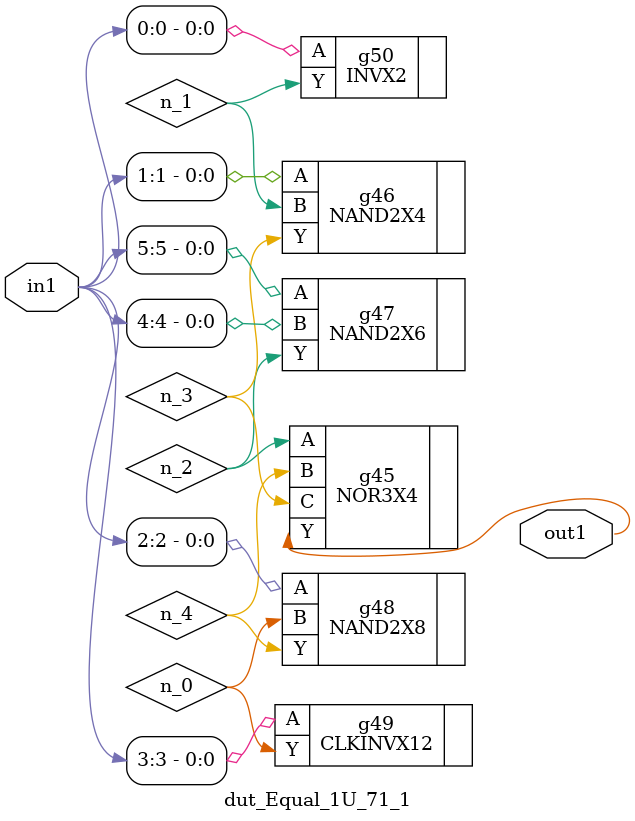
<source format=v>
`timescale 1ps / 1ps


module dut_Equal_1U_71_1(in1, out1);
  input [5:0] in1;
  output out1;
  wire [5:0] in1;
  wire out1;
  wire n_0, n_1, n_2, n_3, n_4;
  NOR3X4 g45(.A (n_2), .B (n_4), .C (n_3), .Y (out1));
  NAND2X8 g48(.A (in1[2]), .B (n_0), .Y (n_4));
  NAND2X4 g46(.A (in1[1]), .B (n_1), .Y (n_3));
  NAND2X6 g47(.A (in1[5]), .B (in1[4]), .Y (n_2));
  INVX2 g50(.A (in1[0]), .Y (n_1));
  CLKINVX12 g49(.A (in1[3]), .Y (n_0));
endmodule



</source>
